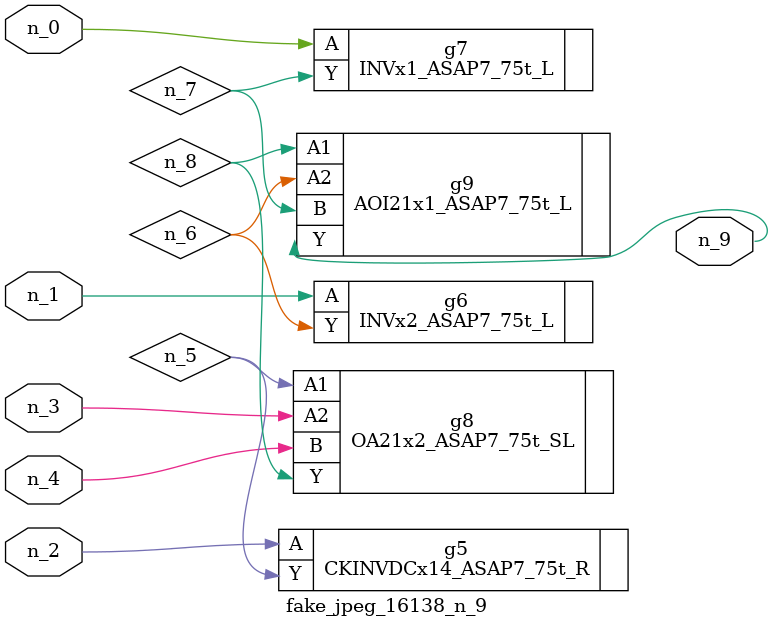
<source format=v>
module fake_jpeg_16138_n_9 (n_3, n_2, n_1, n_0, n_4, n_9);

input n_3;
input n_2;
input n_1;
input n_0;
input n_4;

output n_9;

wire n_8;
wire n_6;
wire n_5;
wire n_7;

CKINVDCx14_ASAP7_75t_R g5 ( 
.A(n_2),
.Y(n_5)
);

INVx2_ASAP7_75t_L g6 ( 
.A(n_1),
.Y(n_6)
);

INVx1_ASAP7_75t_L g7 ( 
.A(n_0),
.Y(n_7)
);

OA21x2_ASAP7_75t_SL g8 ( 
.A1(n_5),
.A2(n_3),
.B(n_4),
.Y(n_8)
);

AOI21x1_ASAP7_75t_L g9 ( 
.A1(n_8),
.A2(n_6),
.B(n_7),
.Y(n_9)
);


endmodule
</source>
